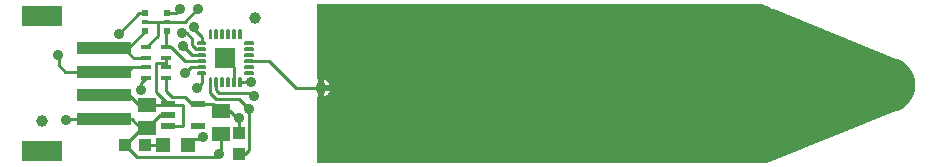
<source format=gbr>
G04 EAGLE Gerber RS-274X export*
G75*
%MOMM*%
%FSLAX34Y34*%
%LPD*%
%INTop Copper*%
%IPPOS*%
%AMOC8*
5,1,8,0,0,1.08239X$1,22.5*%
G01*
%ADD10C,1.000000*%
%ADD11R,1.000000X1.075000*%
%ADD12R,1.200000X1.200000*%
%ADD13R,1.075000X1.000000*%
%ADD14R,1.500000X1.240000*%
%ADD15R,1.200000X0.550000*%
%ADD16R,0.900000X0.450000*%
%ADD17R,0.500000X0.500000*%
%ADD18R,0.500000X0.400000*%
%ADD19R,4.600000X1.000000*%
%ADD20R,3.400000X1.700000*%
%ADD21C,0.140000*%
%ADD22R,1.778000X1.778000*%
%ADD23C,0.254000*%
%ADD24C,0.906400*%

G36*
X630125Y2543D02*
X630125Y2543D01*
X630169Y2542D01*
X632219Y2640D01*
X632229Y2642D01*
X632239Y2641D01*
X632399Y2661D01*
X636426Y3437D01*
X636436Y3440D01*
X636446Y3441D01*
X636601Y3484D01*
X638541Y4155D01*
X638557Y4162D01*
X638598Y4176D01*
X743624Y46186D01*
X743625Y46186D01*
X745090Y46772D01*
X745109Y46783D01*
X745176Y46811D01*
X748059Y48221D01*
X748110Y48254D01*
X748166Y48280D01*
X748297Y48372D01*
X753282Y52388D01*
X753358Y52466D01*
X753439Y52537D01*
X753488Y52601D01*
X753503Y52617D01*
X753511Y52631D01*
X753537Y52665D01*
X757126Y57965D01*
X757175Y58061D01*
X757231Y58154D01*
X757260Y58229D01*
X757270Y58249D01*
X757273Y58265D01*
X757288Y58304D01*
X759165Y64424D01*
X759175Y64484D01*
X759195Y64542D01*
X759217Y64702D01*
X759456Y67902D01*
X759455Y67924D01*
X759459Y67997D01*
X759459Y69163D01*
X759457Y69185D01*
X759456Y69258D01*
X759217Y72458D01*
X759205Y72518D01*
X759202Y72579D01*
X759165Y72736D01*
X757288Y78856D01*
X757244Y78954D01*
X757207Y79056D01*
X757167Y79126D01*
X757158Y79146D01*
X757147Y79159D01*
X757126Y79195D01*
X753537Y84495D01*
X753499Y84539D01*
X753472Y84581D01*
X753440Y84611D01*
X753401Y84664D01*
X753342Y84718D01*
X753327Y84734D01*
X753314Y84744D01*
X753282Y84772D01*
X748297Y88788D01*
X748245Y88820D01*
X748199Y88860D01*
X748059Y88939D01*
X745176Y90349D01*
X745156Y90356D01*
X745090Y90388D01*
X743625Y90974D01*
X743624Y90974D01*
X639583Y132590D01*
X639482Y132617D01*
X639383Y132652D01*
X639328Y132657D01*
X639275Y132671D01*
X639170Y132671D01*
X639066Y132680D01*
X638979Y132672D01*
X638957Y132672D01*
X638943Y132668D01*
X638915Y132665D01*
X638436Y133009D01*
X638372Y133044D01*
X638313Y133087D01*
X638167Y133157D01*
X637602Y133383D01*
X637592Y133400D01*
X637528Y133519D01*
X637512Y133537D01*
X637499Y133559D01*
X637404Y133654D01*
X637313Y133753D01*
X637285Y133774D01*
X637275Y133784D01*
X637257Y133795D01*
X637184Y133849D01*
X636122Y134538D01*
X636113Y134543D01*
X636105Y134549D01*
X635963Y134626D01*
X631882Y136510D01*
X631873Y136513D01*
X631864Y136519D01*
X631713Y136574D01*
X629930Y137106D01*
X629828Y137123D01*
X629728Y137149D01*
X629638Y137155D01*
X629616Y137158D01*
X629602Y137157D01*
X629567Y137159D01*
X254000Y137159D01*
X253882Y137144D01*
X253763Y137137D01*
X253725Y137124D01*
X253684Y137119D01*
X253574Y137076D01*
X253461Y137039D01*
X253426Y137017D01*
X253389Y137002D01*
X253293Y136933D01*
X253192Y136869D01*
X253164Y136839D01*
X253131Y136816D01*
X253056Y136724D01*
X252974Y136637D01*
X252954Y136602D01*
X252929Y136571D01*
X252878Y136463D01*
X252820Y136359D01*
X252810Y136319D01*
X252793Y136283D01*
X252771Y136166D01*
X252741Y136051D01*
X252737Y135991D01*
X252733Y135971D01*
X252735Y135950D01*
X252731Y135890D01*
X252731Y74517D01*
X252741Y74434D01*
X252742Y74349D01*
X252761Y74276D01*
X252771Y74202D01*
X252802Y74123D01*
X252823Y74042D01*
X252860Y73976D01*
X252888Y73906D01*
X252937Y73838D01*
X252978Y73764D01*
X253030Y73710D01*
X253074Y73649D01*
X253140Y73595D01*
X253198Y73534D01*
X253261Y73494D01*
X253319Y73446D01*
X253396Y73410D01*
X253467Y73365D01*
X253539Y73342D01*
X253607Y73310D01*
X253690Y73295D01*
X253771Y73269D01*
X253846Y73265D01*
X253920Y73251D01*
X254004Y73256D01*
X254041Y73254D01*
X254041Y67270D01*
X254056Y67152D01*
X254063Y67033D01*
X254075Y66995D01*
X254081Y66955D01*
X254124Y66844D01*
X254161Y66731D01*
X254183Y66697D01*
X254198Y66659D01*
X254267Y66563D01*
X254331Y66462D01*
X254361Y66434D01*
X254384Y66402D01*
X254476Y66326D01*
X254563Y66244D01*
X254598Y66225D01*
X254629Y66199D01*
X254737Y66148D01*
X254841Y66091D01*
X254881Y66081D01*
X254917Y66063D01*
X255024Y66043D01*
X254994Y66039D01*
X254884Y65995D01*
X254771Y65959D01*
X254736Y65937D01*
X254699Y65922D01*
X254602Y65852D01*
X254502Y65789D01*
X254474Y65759D01*
X254441Y65735D01*
X254365Y65644D01*
X254284Y65557D01*
X254264Y65522D01*
X254239Y65490D01*
X254188Y65383D01*
X254130Y65278D01*
X254120Y65239D01*
X254103Y65203D01*
X254081Y65086D01*
X254051Y64970D01*
X254047Y64910D01*
X254043Y64890D01*
X254045Y64870D01*
X254041Y64810D01*
X254041Y58827D01*
X254005Y58825D01*
X253930Y58830D01*
X253847Y58815D01*
X253763Y58810D01*
X253692Y58786D01*
X253618Y58773D01*
X253541Y58738D01*
X253461Y58712D01*
X253397Y58671D01*
X253329Y58640D01*
X253263Y58587D01*
X253192Y58541D01*
X253140Y58487D01*
X253082Y58439D01*
X253032Y58371D01*
X252974Y58310D01*
X252938Y58244D01*
X252893Y58183D01*
X252861Y58105D01*
X252820Y58031D01*
X252802Y57959D01*
X252773Y57889D01*
X252762Y57805D01*
X252741Y57723D01*
X252732Y57582D01*
X252731Y57574D01*
X252731Y57570D01*
X252731Y57563D01*
X252731Y3810D01*
X252746Y3692D01*
X252753Y3573D01*
X252766Y3535D01*
X252771Y3494D01*
X252814Y3384D01*
X252851Y3271D01*
X252873Y3236D01*
X252888Y3199D01*
X252958Y3103D01*
X253021Y3002D01*
X253051Y2974D01*
X253074Y2941D01*
X253166Y2865D01*
X253253Y2784D01*
X253288Y2764D01*
X253319Y2739D01*
X253427Y2688D01*
X253531Y2630D01*
X253571Y2620D01*
X253607Y2603D01*
X253724Y2581D01*
X253839Y2551D01*
X253900Y2547D01*
X253920Y2543D01*
X253940Y2545D01*
X254000Y2541D01*
X630108Y2541D01*
X630125Y2543D01*
G37*
%LPC*%
G36*
X259039Y68539D02*
X259039Y68539D01*
X259039Y73167D01*
X260112Y72723D01*
X261347Y71897D01*
X262397Y70847D01*
X263223Y69612D01*
X263667Y68539D01*
X259039Y68539D01*
G37*
%LPD*%
%LPC*%
G36*
X259039Y63541D02*
X259039Y63541D01*
X263667Y63541D01*
X263223Y62468D01*
X262397Y61233D01*
X261347Y60183D01*
X260112Y59357D01*
X259039Y58913D01*
X259039Y63541D01*
G37*
%LPD*%
D10*
X200660Y125730D03*
X20320Y38100D03*
D11*
X186690Y10550D03*
X186690Y27550D03*
D12*
X122850Y17780D03*
X143850Y17780D03*
D13*
X90560Y17780D03*
X107560Y17780D03*
D14*
X171450Y46330D03*
X171450Y27330D03*
X109220Y51410D03*
X109220Y32410D03*
D15*
X126699Y52680D03*
X126699Y43180D03*
X126699Y33680D03*
X152701Y33680D03*
X152701Y52680D03*
D16*
X108340Y74630D03*
X125340Y74630D03*
X108340Y83630D03*
X108340Y91630D03*
X108340Y100630D03*
X125340Y100630D03*
X125340Y83630D03*
X125340Y91630D03*
D17*
X125840Y114420D03*
D18*
X125840Y121920D03*
D17*
X125840Y129420D03*
X107840Y129420D03*
D18*
X107840Y121920D03*
D17*
X107840Y114420D03*
D19*
X72560Y39850D03*
X72560Y59850D03*
D20*
X20560Y12850D03*
X20560Y126850D03*
D19*
X72560Y79850D03*
X72560Y99850D03*
D21*
X191960Y78240D02*
X198560Y78240D01*
X191960Y78240D02*
X191960Y79640D01*
X198560Y79640D01*
X198560Y78240D01*
X198560Y79570D02*
X191960Y79570D01*
X191960Y83240D02*
X198560Y83240D01*
X191960Y83240D02*
X191960Y84640D01*
X198560Y84640D01*
X198560Y83240D01*
X198560Y84570D02*
X191960Y84570D01*
X191960Y88240D02*
X198560Y88240D01*
X191960Y88240D02*
X191960Y89640D01*
X198560Y89640D01*
X198560Y88240D01*
X198560Y89570D02*
X191960Y89570D01*
X191960Y93240D02*
X198560Y93240D01*
X191960Y93240D02*
X191960Y94640D01*
X198560Y94640D01*
X198560Y93240D01*
X198560Y94570D02*
X191960Y94570D01*
X191960Y98240D02*
X198560Y98240D01*
X191960Y98240D02*
X191960Y99640D01*
X198560Y99640D01*
X198560Y98240D01*
X198560Y99570D02*
X191960Y99570D01*
X191960Y103240D02*
X198560Y103240D01*
X191960Y103240D02*
X191960Y104640D01*
X198560Y104640D01*
X198560Y103240D01*
X198560Y104570D02*
X191960Y104570D01*
X187060Y108140D02*
X187060Y114740D01*
X188460Y114740D01*
X188460Y108140D01*
X187060Y108140D01*
X187060Y109470D02*
X188460Y109470D01*
X188460Y110800D02*
X187060Y110800D01*
X187060Y112130D02*
X188460Y112130D01*
X188460Y113460D02*
X187060Y113460D01*
X182060Y114740D02*
X182060Y108140D01*
X182060Y114740D02*
X183460Y114740D01*
X183460Y108140D01*
X182060Y108140D01*
X182060Y109470D02*
X183460Y109470D01*
X183460Y110800D02*
X182060Y110800D01*
X182060Y112130D02*
X183460Y112130D01*
X183460Y113460D02*
X182060Y113460D01*
X177060Y114740D02*
X177060Y108140D01*
X177060Y114740D02*
X178460Y114740D01*
X178460Y108140D01*
X177060Y108140D01*
X177060Y109470D02*
X178460Y109470D01*
X178460Y110800D02*
X177060Y110800D01*
X177060Y112130D02*
X178460Y112130D01*
X178460Y113460D02*
X177060Y113460D01*
X172060Y114740D02*
X172060Y108140D01*
X172060Y114740D02*
X173460Y114740D01*
X173460Y108140D01*
X172060Y108140D01*
X172060Y109470D02*
X173460Y109470D01*
X173460Y110800D02*
X172060Y110800D01*
X172060Y112130D02*
X173460Y112130D01*
X173460Y113460D02*
X172060Y113460D01*
X167060Y114740D02*
X167060Y108140D01*
X167060Y114740D02*
X168460Y114740D01*
X168460Y108140D01*
X167060Y108140D01*
X167060Y109470D02*
X168460Y109470D01*
X168460Y110800D02*
X167060Y110800D01*
X167060Y112130D02*
X168460Y112130D01*
X168460Y113460D02*
X167060Y113460D01*
X162060Y114740D02*
X162060Y108140D01*
X162060Y114740D02*
X163460Y114740D01*
X163460Y108140D01*
X162060Y108140D01*
X162060Y109470D02*
X163460Y109470D01*
X163460Y110800D02*
X162060Y110800D01*
X162060Y112130D02*
X163460Y112130D01*
X163460Y113460D02*
X162060Y113460D01*
X158560Y104640D02*
X151960Y104640D01*
X158560Y104640D02*
X158560Y103240D01*
X151960Y103240D01*
X151960Y104640D01*
X151960Y104570D02*
X158560Y104570D01*
X158560Y99640D02*
X151960Y99640D01*
X158560Y99640D02*
X158560Y98240D01*
X151960Y98240D01*
X151960Y99640D01*
X151960Y99570D02*
X158560Y99570D01*
X158560Y94640D02*
X151960Y94640D01*
X158560Y94640D02*
X158560Y93240D01*
X151960Y93240D01*
X151960Y94640D01*
X151960Y94570D02*
X158560Y94570D01*
X158560Y89640D02*
X151960Y89640D01*
X158560Y89640D02*
X158560Y88240D01*
X151960Y88240D01*
X151960Y89640D01*
X151960Y89570D02*
X158560Y89570D01*
X158560Y84640D02*
X151960Y84640D01*
X158560Y84640D02*
X158560Y83240D01*
X151960Y83240D01*
X151960Y84640D01*
X151960Y84570D02*
X158560Y84570D01*
X158560Y79640D02*
X151960Y79640D01*
X158560Y79640D02*
X158560Y78240D01*
X151960Y78240D01*
X151960Y79640D01*
X151960Y79570D02*
X158560Y79570D01*
X163460Y74740D02*
X163460Y68140D01*
X162060Y68140D01*
X162060Y74740D01*
X163460Y74740D01*
X163460Y69470D02*
X162060Y69470D01*
X162060Y70800D02*
X163460Y70800D01*
X163460Y72130D02*
X162060Y72130D01*
X162060Y73460D02*
X163460Y73460D01*
X168460Y74740D02*
X168460Y68140D01*
X167060Y68140D01*
X167060Y74740D01*
X168460Y74740D01*
X168460Y69470D02*
X167060Y69470D01*
X167060Y70800D02*
X168460Y70800D01*
X168460Y72130D02*
X167060Y72130D01*
X167060Y73460D02*
X168460Y73460D01*
X173460Y74740D02*
X173460Y68140D01*
X172060Y68140D01*
X172060Y74740D01*
X173460Y74740D01*
X173460Y69470D02*
X172060Y69470D01*
X172060Y70800D02*
X173460Y70800D01*
X173460Y72130D02*
X172060Y72130D01*
X172060Y73460D02*
X173460Y73460D01*
X178460Y74740D02*
X178460Y68140D01*
X177060Y68140D01*
X177060Y74740D01*
X178460Y74740D01*
X178460Y69470D02*
X177060Y69470D01*
X177060Y70800D02*
X178460Y70800D01*
X178460Y72130D02*
X177060Y72130D01*
X177060Y73460D02*
X178460Y73460D01*
X183460Y74740D02*
X183460Y68140D01*
X182060Y68140D01*
X182060Y74740D01*
X183460Y74740D01*
X183460Y69470D02*
X182060Y69470D01*
X182060Y70800D02*
X183460Y70800D01*
X183460Y72130D02*
X182060Y72130D01*
X182060Y73460D02*
X183460Y73460D01*
X188460Y74740D02*
X188460Y68140D01*
X187060Y68140D01*
X187060Y74740D01*
X188460Y74740D01*
X188460Y69470D02*
X187060Y69470D01*
X187060Y70800D02*
X188460Y70800D01*
X188460Y72130D02*
X187060Y72130D01*
X187060Y73460D02*
X188460Y73460D01*
D22*
X175260Y91440D03*
D10*
X256540Y66040D03*
D23*
X170474Y61722D02*
X167760Y64436D01*
X167760Y71440D01*
X197358Y61722D02*
X199390Y59690D01*
D24*
X199390Y59690D03*
D23*
X197358Y61722D02*
X170474Y61722D01*
X162760Y62030D02*
X162760Y71440D01*
X162760Y62030D02*
X167640Y57150D01*
D24*
X195580Y48260D03*
D23*
X186690Y57150D02*
X167640Y57150D01*
X186690Y57150D02*
X195580Y48260D01*
X192160Y10550D02*
X186690Y10550D01*
X195580Y13970D02*
X195580Y48260D01*
X195580Y13970D02*
X192160Y10550D01*
D24*
X40640Y39370D03*
D23*
X171450Y27330D02*
X171450Y11430D01*
X170180Y10160D01*
X182760Y71440D02*
X182760Y83940D01*
X175260Y91440D01*
D24*
X175260Y91440D03*
X170180Y10160D03*
D23*
X109220Y32410D02*
X105190Y32410D01*
X104335Y31555D01*
X90560Y17780D01*
X96040Y39850D02*
X72560Y39850D01*
X96040Y39850D02*
X104335Y31555D01*
X90560Y17390D02*
X100330Y7620D01*
X90560Y17390D02*
X90560Y17780D01*
X167640Y7620D02*
X170180Y10160D01*
X167640Y7620D02*
X100330Y7620D01*
X109220Y32410D02*
X119990Y43180D01*
X126699Y43180D01*
X41120Y39850D02*
X40640Y39370D01*
X41120Y39850D02*
X72560Y39850D01*
X108340Y100630D02*
X108340Y100720D01*
X118110Y110490D02*
X118110Y121920D01*
X107840Y121920D01*
X118110Y110490D02*
X108340Y100720D01*
X118110Y121920D02*
X125840Y121920D01*
X125340Y74630D02*
X125340Y63890D01*
X130498Y58732D01*
X147621Y52680D02*
X152701Y52680D01*
X147621Y52680D02*
X141569Y58732D01*
X130498Y58732D01*
X125840Y121920D02*
X140970Y121920D01*
X151678Y132628D01*
D24*
X152400Y132628D03*
X196850Y70826D03*
D23*
X188374Y70826D01*
X187760Y71440D01*
D24*
X186690Y40640D03*
D23*
X165100Y52680D02*
X152701Y52680D01*
X165100Y52680D02*
X171450Y46330D01*
X179730Y46330D01*
X185420Y40640D01*
X186690Y40640D02*
X186690Y27550D01*
X186690Y40640D02*
X185420Y40640D01*
X152400Y132628D02*
X151678Y132628D01*
X155260Y78940D02*
X155260Y70170D01*
X151130Y66040D01*
D24*
X151130Y66040D03*
D23*
X155260Y83940D02*
X146170Y83940D01*
X140970Y78740D01*
D24*
X140970Y78740D03*
X156533Y24344D03*
D23*
X149144Y23074D02*
X143850Y17780D01*
X155263Y23074D02*
X156533Y24344D01*
X155263Y23074D02*
X149144Y23074D01*
X122850Y17780D02*
X107560Y17780D01*
X92550Y79850D02*
X72560Y79850D01*
X96330Y83630D02*
X108340Y83630D01*
X96330Y83630D02*
X92550Y79850D01*
X125840Y129420D02*
X133952Y129420D01*
X137160Y132628D01*
D24*
X137160Y132628D03*
X34076Y94027D03*
D23*
X34253Y93850D02*
X34253Y85137D01*
X34253Y93850D02*
X34076Y94027D01*
X34253Y85137D02*
X39540Y79850D01*
X72560Y79850D01*
X97790Y91440D02*
X108150Y91440D01*
X108340Y91630D01*
X92000Y98580D02*
X107840Y114420D01*
X92000Y98580D02*
X91440Y98580D01*
X91440Y99850D02*
X72560Y99850D01*
X91440Y97790D02*
X97790Y91440D01*
X91440Y98580D02*
X91440Y99850D01*
X91440Y98580D02*
X91440Y97790D01*
X140930Y88940D02*
X155260Y88940D01*
X125840Y114420D02*
X125340Y113920D01*
X125340Y100630D01*
X129240Y100630D01*
X140930Y88940D01*
X125340Y87630D02*
X125340Y91630D01*
X125340Y87630D02*
X125340Y83630D01*
X125340Y87630D02*
X116840Y87630D01*
X125730Y52680D02*
X126699Y52680D01*
X126699Y33680D02*
X139090Y33680D01*
X139700Y34290D01*
X139700Y52070D01*
X128270Y52070D01*
X126340Y52070D01*
X125730Y52680D01*
X126699Y52680D02*
X116840Y62539D01*
X116840Y87630D01*
X93820Y59850D02*
X72560Y59850D01*
X102260Y51410D02*
X109220Y51410D01*
X102260Y51410D02*
X93820Y59850D01*
X109220Y51410D02*
X109880Y52070D01*
X126340Y52070D01*
X107840Y129420D02*
X102750Y129420D01*
X85090Y111760D01*
D24*
X85090Y111760D03*
X103653Y64770D03*
D23*
X147052Y93940D02*
X155260Y93940D01*
X147052Y93940D02*
X139486Y101506D01*
D24*
X139486Y101506D03*
D23*
X108340Y74630D02*
X103653Y69943D01*
X103653Y64770D01*
D24*
X148590Y117896D03*
D23*
X148590Y115690D02*
X155260Y109020D01*
X148590Y115690D02*
X148590Y117896D01*
X155260Y109020D02*
X155260Y103940D01*
D24*
X138668Y112602D03*
D23*
X150600Y98940D02*
X155260Y98940D01*
X147320Y102220D02*
X147320Y107950D01*
X142668Y112602D01*
X138668Y112602D01*
X147320Y102220D02*
X150600Y98940D01*
X195260Y88940D02*
X212050Y88940D01*
X234950Y66040D01*
X256540Y66040D01*
M02*

</source>
